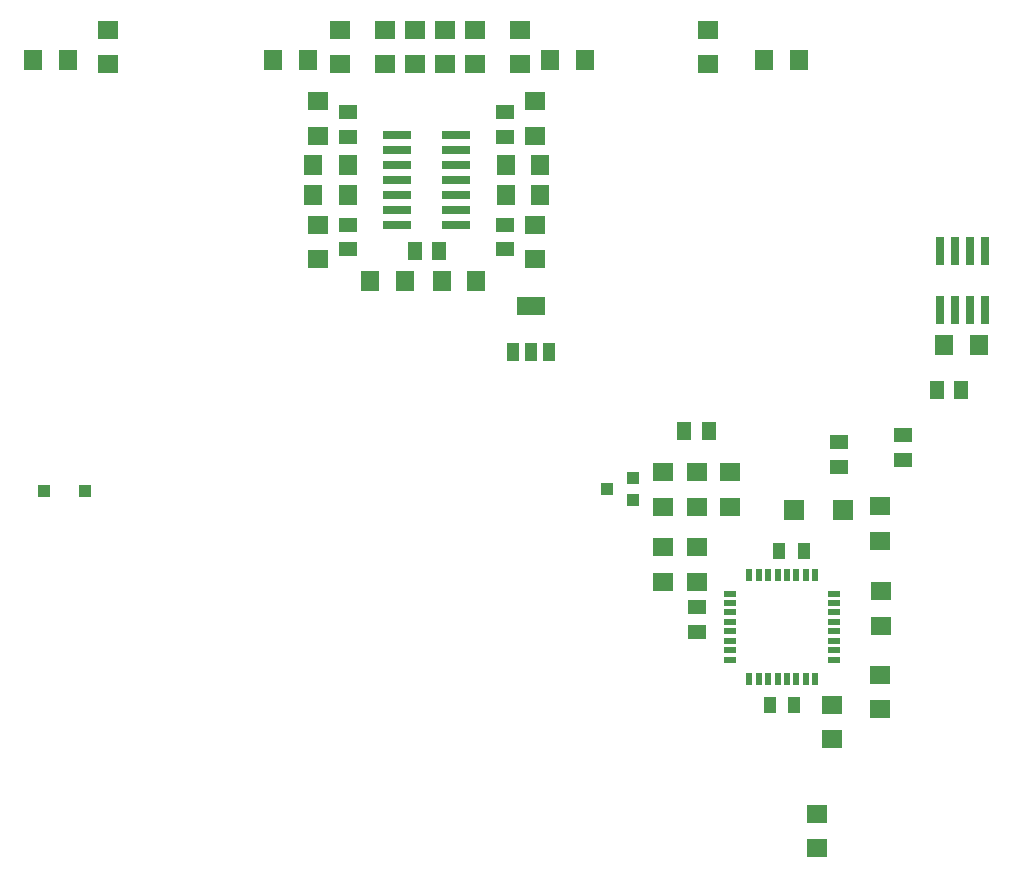
<source format=gbr>
%FSLAX34Y34*%
%MOMM*%
%LNSMDMASK_TOP*%
G71*
G01*
%ADD10R, 2.400X0.800*%
%ADD11R, 1.000X1.600*%
%ADD12R, 2.400X1.600*%
%ADD13R, 1.200X1.500*%
%ADD14R, 0.500X1.000*%
%ADD15R, 1.000X0.500*%
%ADD16R, 1.500X1.200*%
%ADD17R, 1.100X1.400*%
%ADD18R, 1.100X1.100*%
%ADD19R, 1.000X1.020*%
%ADD20R, 0.800X2.400*%
%ADD21R, 1.700X1.800*%
%ADD22R, 1.800X1.500*%
%ADD23R, 1.500X1.800*%
%LPD*%
X635000Y733300D02*
G54D10*
D03*
X635000Y720600D02*
G54D10*
D03*
X635000Y707900D02*
G54D10*
D03*
X635000Y695200D02*
G54D10*
D03*
X635000Y682500D02*
G54D10*
D03*
X635000Y669800D02*
G54D10*
D03*
X635000Y657100D02*
G54D10*
D03*
X685000Y657100D02*
G54D10*
D03*
X685000Y669800D02*
G54D10*
D03*
X685000Y682500D02*
G54D10*
D03*
X685000Y695200D02*
G54D10*
D03*
X685000Y707900D02*
G54D10*
D03*
X685000Y720600D02*
G54D10*
D03*
X685000Y733300D02*
G54D10*
D03*
X733425Y549150D02*
G54D11*
D03*
X748525Y549150D02*
G54D11*
D03*
X763625Y549150D02*
G54D11*
D03*
X748525Y588050D02*
G54D12*
D03*
X1092200Y517400D02*
G54D13*
D03*
X1112800Y517400D02*
G54D13*
D03*
X933450Y272925D02*
G54D14*
D03*
X941450Y272925D02*
G54D14*
D03*
X949450Y272925D02*
G54D14*
D03*
X957450Y272925D02*
G54D14*
D03*
X965450Y272925D02*
G54D14*
D03*
X973450Y272925D02*
G54D14*
D03*
X981450Y272925D02*
G54D14*
D03*
X989450Y272925D02*
G54D14*
D03*
X933450Y360925D02*
G54D14*
D03*
X941450Y360925D02*
G54D14*
D03*
X949450Y360925D02*
G54D14*
D03*
X957450Y360925D02*
G54D14*
D03*
X965450Y360925D02*
G54D14*
D03*
X973450Y360925D02*
G54D14*
D03*
X981450Y360925D02*
G54D14*
D03*
X989450Y360925D02*
G54D14*
D03*
X1005450Y288925D02*
G54D15*
D03*
X1005450Y296925D02*
G54D15*
D03*
X1005450Y304925D02*
G54D15*
D03*
X1005450Y312925D02*
G54D15*
D03*
X1005450Y320925D02*
G54D15*
D03*
X1005450Y328925D02*
G54D15*
D03*
X1005450Y336925D02*
G54D15*
D03*
X1005450Y344925D02*
G54D15*
D03*
X917450Y288925D02*
G54D15*
D03*
X917450Y296925D02*
G54D15*
D03*
X917450Y304925D02*
G54D15*
D03*
X917450Y312925D02*
G54D15*
D03*
X917450Y320925D02*
G54D15*
D03*
X917450Y328925D02*
G54D15*
D03*
X917450Y336925D02*
G54D15*
D03*
X917450Y344925D02*
G54D15*
D03*
X1063625Y458345D02*
G54D16*
D03*
X1063625Y478945D02*
G54D16*
D03*
X1009650Y472950D02*
G54D16*
D03*
X1009650Y452350D02*
G54D16*
D03*
X950912Y250700D02*
G54D17*
D03*
X971512Y250700D02*
G54D17*
D03*
X958850Y380875D02*
G54D17*
D03*
X979450Y380875D02*
G54D17*
D03*
X834813Y442943D02*
G54D18*
D03*
X834813Y423943D02*
G54D18*
D03*
X812613Y433443D02*
G54D18*
D03*
X371475Y431675D02*
G54D19*
D03*
X336575Y431675D02*
G54D19*
D03*
X1095375Y584875D02*
G54D20*
D03*
X1108075Y584875D02*
G54D20*
D03*
X1120775Y584875D02*
G54D20*
D03*
X1133475Y584875D02*
G54D20*
D03*
X1133475Y634875D02*
G54D20*
D03*
X1120775Y634875D02*
G54D20*
D03*
X1108075Y634875D02*
G54D20*
D03*
X1095375Y634875D02*
G54D20*
D03*
X1012825Y415800D02*
G54D21*
D03*
X971550Y415800D02*
G54D21*
D03*
X878522Y482475D02*
G54D13*
D03*
X899122Y482475D02*
G54D13*
D03*
X889000Y447550D02*
G54D22*
D03*
X889000Y418182D02*
G54D22*
D03*
X917575Y447550D02*
G54D22*
D03*
X917575Y418182D02*
G54D22*
D03*
X889000Y384050D02*
G54D22*
D03*
X889000Y354682D02*
G54D22*
D03*
X889000Y312650D02*
G54D16*
D03*
X889000Y333250D02*
G54D16*
D03*
X860425Y384050D02*
G54D22*
D03*
X860425Y354682D02*
G54D22*
D03*
X860425Y447550D02*
G54D22*
D03*
X860425Y418182D02*
G54D22*
D03*
X1003300Y250700D02*
G54D22*
D03*
X1003300Y221332D02*
G54D22*
D03*
X1044575Y276100D02*
G54D22*
D03*
X1044575Y246732D02*
G54D22*
D03*
X1044634Y346779D02*
G54D22*
D03*
X1044634Y317411D02*
G54D22*
D03*
X1044575Y418975D02*
G54D22*
D03*
X1044575Y389607D02*
G54D22*
D03*
X1098550Y555500D02*
G54D23*
D03*
X1127918Y555500D02*
G54D23*
D03*
X898525Y822200D02*
G54D22*
D03*
X898525Y792832D02*
G54D22*
D03*
X946186Y796741D02*
G54D23*
D03*
X975554Y796741D02*
G54D23*
D03*
X765175Y796800D02*
G54D23*
D03*
X794543Y796800D02*
G54D23*
D03*
X739775Y822200D02*
G54D22*
D03*
X739775Y792832D02*
G54D22*
D03*
X587375Y822200D02*
G54D22*
D03*
X587375Y792832D02*
G54D22*
D03*
X530262Y796741D02*
G54D23*
D03*
X559629Y796741D02*
G54D23*
D03*
X327061Y796741D02*
G54D23*
D03*
X356429Y796741D02*
G54D23*
D03*
X390525Y822200D02*
G54D22*
D03*
X390525Y792832D02*
G54D22*
D03*
X568266Y761839D02*
G54D22*
D03*
X568266Y732471D02*
G54D22*
D03*
X568325Y657100D02*
G54D22*
D03*
X568325Y627732D02*
G54D22*
D03*
X752475Y657100D02*
G54D22*
D03*
X752475Y627732D02*
G54D22*
D03*
X752416Y761839D02*
G54D22*
D03*
X752416Y732471D02*
G54D22*
D03*
X564321Y707959D02*
G54D23*
D03*
X593689Y707959D02*
G54D23*
D03*
X564321Y682559D02*
G54D23*
D03*
X593689Y682559D02*
G54D23*
D03*
X727111Y707841D02*
G54D23*
D03*
X756479Y707841D02*
G54D23*
D03*
X727111Y682441D02*
G54D23*
D03*
X756479Y682441D02*
G54D23*
D03*
X625475Y822200D02*
G54D22*
D03*
X625475Y792832D02*
G54D22*
D03*
X650875Y822200D02*
G54D22*
D03*
X650875Y792832D02*
G54D22*
D03*
X676275Y822200D02*
G54D22*
D03*
X676275Y792832D02*
G54D22*
D03*
X701675Y822200D02*
G54D22*
D03*
X701675Y792832D02*
G54D22*
D03*
X593725Y752350D02*
G54D16*
D03*
X593725Y731750D02*
G54D16*
D03*
X593725Y657100D02*
G54D16*
D03*
X593725Y636500D02*
G54D16*
D03*
X727075Y752350D02*
G54D16*
D03*
X727075Y731750D02*
G54D16*
D03*
X727075Y657100D02*
G54D16*
D03*
X727075Y636500D02*
G54D16*
D03*
X670840Y634875D02*
G54D13*
D03*
X650240Y634875D02*
G54D13*
D03*
X612775Y609475D02*
G54D23*
D03*
X642143Y609475D02*
G54D23*
D03*
X673136Y609416D02*
G54D23*
D03*
X702504Y609416D02*
G54D23*
D03*
X990600Y158625D02*
G54D22*
D03*
X990600Y129257D02*
G54D22*
D03*
M02*

</source>
